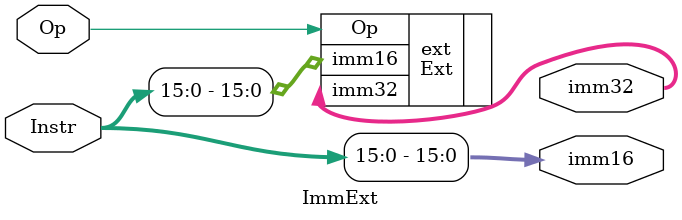
<source format=v>
`timescale 1ns / 1ps
module ImmExt(
    input [31:0] Instr,
    input Op,
    output [31:0] imm32,
    output [15:0] imm16
    );

    assign imm16 = Instr[15:0];

    Ext ext(.imm16(imm16),
            .Op(Op),
            .imm32(imm32));


endmodule

</source>
